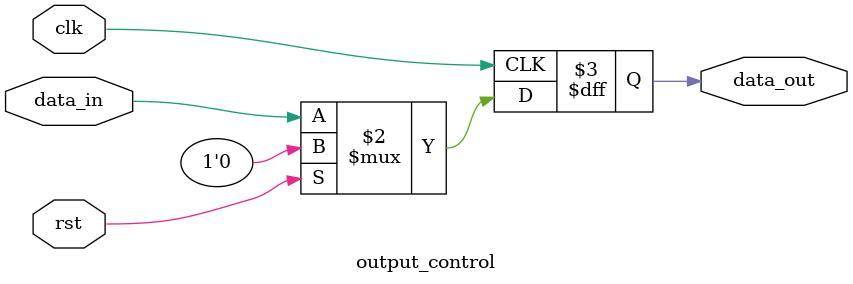
<source format=sv>
module and_gate_reset (
    input  wire clk,    // Clock input
    input  wire a,      // Input A
    input  wire b,      // Input B
    input  wire rst,    // Reset signal
    output wire y       // Output Y
);

    // Internal signals for module connections
    wire a_registered, b_registered, rst_registered;
    wire and_result;

    // Input Registration Module
    input_register input_reg_inst (
        .clk        (clk),
        .a_in       (a),
        .b_in       (b),
        .rst_in     (rst),
        .a_out      (a_registered),
        .b_out      (b_registered),
        .rst_out    (rst_registered)
    );

    // Computation Module
    compute_unit compute_inst (
        .clk        (clk),
        .a          (a_registered),
        .b          (b_registered),
        .result     (and_result)
    );

    // Output Control Module
    output_control output_ctrl_inst (
        .clk        (clk),
        .data_in    (and_result),
        .rst        (rst_registered),
        .data_out   (y)
    );

endmodule

///////////////////////////////////////////////////////////////////////////////
// Module: input_register
// Description: Registers all input signals
///////////////////////////////////////////////////////////////////////////////
module input_register (
    input  wire clk,        // Clock input
    input  wire a_in,       // Input A
    input  wire b_in,       // Input B
    input  wire rst_in,     // Reset signal
    output reg  a_out,      // Registered A
    output reg  b_out,      // Registered B
    output reg  rst_out     // Registered Reset
);

    // Register all inputs
    always @(posedge clk) begin
        a_out   <= a_in;
        b_out   <= b_in;
        rst_out <= rst_in;
    end

endmodule

///////////////////////////////////////////////////////////////////////////////
// Module: compute_unit
// Description: Performs the AND operation on registered inputs
///////////////////////////////////////////////////////////////////////////////
module compute_unit (
    input  wire clk,        // Clock input
    input  wire a,          // Registered input A
    input  wire b,          // Registered input B
    output reg  result      // AND result
);

    // Compute AND logic
    always @(posedge clk) begin
        result <= a & b;
    end

endmodule

///////////////////////////////////////////////////////////////////////////////
// Module: output_control
// Description: Applies reset condition and outputs final result
///////////////////////////////////////////////////////////////////////////////
module output_control (
    input  wire clk,        // Clock input
    input  wire data_in,    // Computed data
    input  wire rst,        // Reset signal
    output reg  data_out    // Final output
);

    // Apply reset and output final result
    always @(posedge clk) begin
        data_out <= rst ? 1'b0 : data_in;
    end

endmodule
</source>
